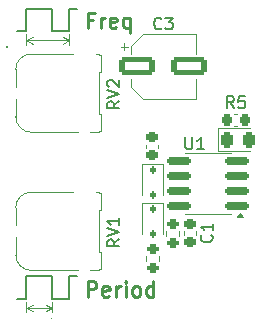
<source format=gto>
G04 #@! TF.GenerationSoftware,KiCad,Pcbnew,8.0.1*
G04 #@! TF.CreationDate,2024-07-04T15:13:31+08:00*
G04 #@! TF.ProjectId,555Sandbox,35353553-616e-4646-926f-782e6b696361,1.0.0*
G04 #@! TF.SameCoordinates,Original*
G04 #@! TF.FileFunction,Legend,Top*
G04 #@! TF.FilePolarity,Positive*
%FSLAX46Y46*%
G04 Gerber Fmt 4.6, Leading zero omitted, Abs format (unit mm)*
G04 Created by KiCad (PCBNEW 8.0.1) date 2024-07-04 15:13:31*
%MOMM*%
%LPD*%
G01*
G04 APERTURE LIST*
G04 Aperture macros list*
%AMRoundRect*
0 Rectangle with rounded corners*
0 $1 Rounding radius*
0 $2 $3 $4 $5 $6 $7 $8 $9 X,Y pos of 4 corners*
0 Add a 4 corners polygon primitive as box body*
4,1,4,$2,$3,$4,$5,$6,$7,$8,$9,$2,$3,0*
0 Add four circle primitives for the rounded corners*
1,1,$1+$1,$2,$3*
1,1,$1+$1,$4,$5*
1,1,$1+$1,$6,$7*
1,1,$1+$1,$8,$9*
0 Add four rect primitives between the rounded corners*
20,1,$1+$1,$2,$3,$4,$5,0*
20,1,$1+$1,$4,$5,$6,$7,0*
20,1,$1+$1,$6,$7,$8,$9,0*
20,1,$1+$1,$8,$9,$2,$3,0*%
G04 Aperture macros list end*
%ADD10C,0.200000*%
%ADD11C,0.260000*%
%ADD12C,0.003175*%
%ADD13C,0.100000*%
%ADD14C,0.006350*%
%ADD15C,0.150000*%
%ADD16C,0.120000*%
%ADD17RoundRect,0.150000X0.825000X0.150000X-0.825000X0.150000X-0.825000X-0.150000X0.825000X-0.150000X0*%
%ADD18RoundRect,0.243750X-0.243750X-0.456250X0.243750X-0.456250X0.243750X0.456250X-0.243750X0.456250X0*%
%ADD19RoundRect,0.250000X-1.250000X-0.550000X1.250000X-0.550000X1.250000X0.550000X-1.250000X0.550000X0*%
%ADD20RoundRect,0.200000X-0.275000X0.200000X-0.275000X-0.200000X0.275000X-0.200000X0.275000X0.200000X0*%
%ADD21RoundRect,0.225000X-0.225000X-0.250000X0.225000X-0.250000X0.225000X0.250000X-0.225000X0.250000X0*%
%ADD22RoundRect,0.200000X0.275000X-0.200000X0.275000X0.200000X-0.275000X0.200000X-0.275000X-0.200000X0*%
%ADD23RoundRect,0.225000X0.250000X-0.225000X0.250000X0.225000X-0.250000X0.225000X-0.250000X-0.225000X0*%
%ADD24RoundRect,0.225000X-0.250000X0.225000X-0.250000X-0.225000X0.250000X-0.225000X0.250000X0.225000X0*%
%ADD25RoundRect,0.112500X-0.112500X0.187500X-0.112500X-0.187500X0.112500X-0.187500X0.112500X0.187500X0*%
%ADD26R,1.560000X1.560000*%
%ADD27C,1.560000*%
%ADD28C,5.000000*%
%ADD29C,3.000000*%
G04 APERTURE END LIST*
D10*
X75650000Y-70650000D02*
X76450000Y-70650000D01*
X76450000Y-91400000D02*
X78650000Y-91400000D01*
X78650000Y-68750000D02*
X78650000Y-70650000D01*
X76450000Y-93300000D02*
X76450000Y-91400000D01*
X78650000Y-91400000D02*
X78650000Y-93300000D01*
X78650000Y-93300000D02*
X80050000Y-93300000D01*
X80050000Y-68750000D02*
X80750000Y-68750000D01*
X76450000Y-68750000D02*
X78650000Y-68750000D01*
X78650000Y-70650000D02*
X80050000Y-70650000D01*
X80050000Y-70650000D02*
X80050000Y-68750000D01*
X80050000Y-93300000D02*
X80050000Y-91400000D01*
X80050000Y-91400000D02*
X80750000Y-91400000D01*
X76450000Y-70650000D02*
X76450000Y-68750000D01*
X75650000Y-93300000D02*
X76450000Y-93300000D01*
D11*
X82063909Y-69706932D02*
X81630575Y-69706932D01*
X81630575Y-70387884D02*
X81630575Y-69087884D01*
X81630575Y-69087884D02*
X82249623Y-69087884D01*
X82744861Y-70387884D02*
X82744861Y-69521218D01*
X82744861Y-69768837D02*
X82806766Y-69645027D01*
X82806766Y-69645027D02*
X82868671Y-69583122D01*
X82868671Y-69583122D02*
X82992480Y-69521218D01*
X82992480Y-69521218D02*
X83116290Y-69521218D01*
X84044861Y-70325980D02*
X83921052Y-70387884D01*
X83921052Y-70387884D02*
X83673433Y-70387884D01*
X83673433Y-70387884D02*
X83549623Y-70325980D01*
X83549623Y-70325980D02*
X83487719Y-70202170D01*
X83487719Y-70202170D02*
X83487719Y-69706932D01*
X83487719Y-69706932D02*
X83549623Y-69583122D01*
X83549623Y-69583122D02*
X83673433Y-69521218D01*
X83673433Y-69521218D02*
X83921052Y-69521218D01*
X83921052Y-69521218D02*
X84044861Y-69583122D01*
X84044861Y-69583122D02*
X84106766Y-69706932D01*
X84106766Y-69706932D02*
X84106766Y-69830741D01*
X84106766Y-69830741D02*
X83487719Y-69954551D01*
X85221052Y-69521218D02*
X85221052Y-70821218D01*
X85221052Y-70325980D02*
X85097243Y-70387884D01*
X85097243Y-70387884D02*
X84849624Y-70387884D01*
X84849624Y-70387884D02*
X84725814Y-70325980D01*
X84725814Y-70325980D02*
X84663909Y-70264075D01*
X84663909Y-70264075D02*
X84602005Y-70140265D01*
X84602005Y-70140265D02*
X84602005Y-69768837D01*
X84602005Y-69768837D02*
X84663909Y-69645027D01*
X84663909Y-69645027D02*
X84725814Y-69583122D01*
X84725814Y-69583122D02*
X84849624Y-69521218D01*
X84849624Y-69521218D02*
X85097243Y-69521218D01*
X85097243Y-69521218D02*
X85221052Y-69583122D01*
X81630575Y-93127384D02*
X81630575Y-91827384D01*
X81630575Y-91827384D02*
X82125813Y-91827384D01*
X82125813Y-91827384D02*
X82249623Y-91889289D01*
X82249623Y-91889289D02*
X82311528Y-91951194D01*
X82311528Y-91951194D02*
X82373432Y-92075003D01*
X82373432Y-92075003D02*
X82373432Y-92260718D01*
X82373432Y-92260718D02*
X82311528Y-92384527D01*
X82311528Y-92384527D02*
X82249623Y-92446432D01*
X82249623Y-92446432D02*
X82125813Y-92508337D01*
X82125813Y-92508337D02*
X81630575Y-92508337D01*
X83425813Y-93065480D02*
X83302004Y-93127384D01*
X83302004Y-93127384D02*
X83054385Y-93127384D01*
X83054385Y-93127384D02*
X82930575Y-93065480D01*
X82930575Y-93065480D02*
X82868671Y-92941670D01*
X82868671Y-92941670D02*
X82868671Y-92446432D01*
X82868671Y-92446432D02*
X82930575Y-92322622D01*
X82930575Y-92322622D02*
X83054385Y-92260718D01*
X83054385Y-92260718D02*
X83302004Y-92260718D01*
X83302004Y-92260718D02*
X83425813Y-92322622D01*
X83425813Y-92322622D02*
X83487718Y-92446432D01*
X83487718Y-92446432D02*
X83487718Y-92570241D01*
X83487718Y-92570241D02*
X82868671Y-92694051D01*
X84044861Y-93127384D02*
X84044861Y-92260718D01*
X84044861Y-92508337D02*
X84106766Y-92384527D01*
X84106766Y-92384527D02*
X84168671Y-92322622D01*
X84168671Y-92322622D02*
X84292480Y-92260718D01*
X84292480Y-92260718D02*
X84416290Y-92260718D01*
X84849623Y-93127384D02*
X84849623Y-92260718D01*
X84849623Y-91827384D02*
X84787719Y-91889289D01*
X84787719Y-91889289D02*
X84849623Y-91951194D01*
X84849623Y-91951194D02*
X84911528Y-91889289D01*
X84911528Y-91889289D02*
X84849623Y-91827384D01*
X84849623Y-91827384D02*
X84849623Y-91951194D01*
X85654386Y-93127384D02*
X85530576Y-93065480D01*
X85530576Y-93065480D02*
X85468671Y-93003575D01*
X85468671Y-93003575D02*
X85406767Y-92879765D01*
X85406767Y-92879765D02*
X85406767Y-92508337D01*
X85406767Y-92508337D02*
X85468671Y-92384527D01*
X85468671Y-92384527D02*
X85530576Y-92322622D01*
X85530576Y-92322622D02*
X85654386Y-92260718D01*
X85654386Y-92260718D02*
X85840100Y-92260718D01*
X85840100Y-92260718D02*
X85963909Y-92322622D01*
X85963909Y-92322622D02*
X86025814Y-92384527D01*
X86025814Y-92384527D02*
X86087719Y-92508337D01*
X86087719Y-92508337D02*
X86087719Y-92879765D01*
X86087719Y-92879765D02*
X86025814Y-93003575D01*
X86025814Y-93003575D02*
X85963909Y-93065480D01*
X85963909Y-93065480D02*
X85840100Y-93127384D01*
X85840100Y-93127384D02*
X85654386Y-93127384D01*
X87202004Y-93127384D02*
X87202004Y-91827384D01*
X87202004Y-93065480D02*
X87078195Y-93127384D01*
X87078195Y-93127384D02*
X86830576Y-93127384D01*
X86830576Y-93127384D02*
X86706766Y-93065480D01*
X86706766Y-93065480D02*
X86644861Y-93003575D01*
X86644861Y-93003575D02*
X86582957Y-92879765D01*
X86582957Y-92879765D02*
X86582957Y-92508337D01*
X86582957Y-92508337D02*
X86644861Y-92384527D01*
X86644861Y-92384527D02*
X86706766Y-92322622D01*
X86706766Y-92322622D02*
X86830576Y-92260718D01*
X86830576Y-92260718D02*
X87078195Y-92260718D01*
X87078195Y-92260718D02*
X87202004Y-92322622D01*
D12*
X74731856Y-71961584D02*
X74731856Y-71944651D01*
X74731856Y-71947070D02*
X74733066Y-71945860D01*
X74733066Y-71945860D02*
X74735485Y-71944651D01*
X74735485Y-71944651D02*
X74739113Y-71944651D01*
X74739113Y-71944651D02*
X74741532Y-71945860D01*
X74741532Y-71945860D02*
X74742742Y-71948279D01*
X74742742Y-71948279D02*
X74742742Y-71961584D01*
X74742742Y-71948279D02*
X74743951Y-71945860D01*
X74743951Y-71945860D02*
X74746370Y-71944651D01*
X74746370Y-71944651D02*
X74749999Y-71944651D01*
X74749999Y-71944651D02*
X74752418Y-71945860D01*
X74752418Y-71945860D02*
X74753628Y-71948279D01*
X74753628Y-71948279D02*
X74753628Y-71961584D01*
X74765723Y-71961584D02*
X74765723Y-71944651D01*
X74765723Y-71947070D02*
X74766933Y-71945860D01*
X74766933Y-71945860D02*
X74769352Y-71944651D01*
X74769352Y-71944651D02*
X74772980Y-71944651D01*
X74772980Y-71944651D02*
X74775399Y-71945860D01*
X74775399Y-71945860D02*
X74776609Y-71948279D01*
X74776609Y-71948279D02*
X74776609Y-71961584D01*
X74776609Y-71948279D02*
X74777818Y-71945860D01*
X74777818Y-71945860D02*
X74780237Y-71944651D01*
X74780237Y-71944651D02*
X74783866Y-71944651D01*
X74783866Y-71944651D02*
X74786285Y-71945860D01*
X74786285Y-71945860D02*
X74787495Y-71948279D01*
X74787495Y-71948279D02*
X74787495Y-71961584D01*
D13*
X76450000Y-70900000D02*
X76450000Y-71800000D01*
X80050000Y-70900000D02*
X80050000Y-71800000D01*
X76450000Y-71450000D02*
X80050000Y-71450000D01*
X76450000Y-71450000D02*
X80050000Y-71450000D01*
X76450000Y-71450000D02*
X76982206Y-71172951D01*
X76450000Y-71450000D02*
X76982206Y-71727049D01*
X80050000Y-71450000D02*
X79517794Y-71727049D01*
X80050000Y-71450000D02*
X79517794Y-71172951D01*
D14*
X78548185Y-94961419D02*
X78548185Y-94944486D01*
X78548185Y-94936019D02*
X78546976Y-94937229D01*
X78546976Y-94937229D02*
X78548185Y-94938438D01*
X78548185Y-94938438D02*
X78549395Y-94937229D01*
X78549395Y-94937229D02*
X78548185Y-94936019D01*
X78548185Y-94936019D02*
X78548185Y-94938438D01*
X78560280Y-94944486D02*
X78560280Y-94961419D01*
X78560280Y-94946905D02*
X78561490Y-94945695D01*
X78561490Y-94945695D02*
X78563909Y-94944486D01*
X78563909Y-94944486D02*
X78567537Y-94944486D01*
X78567537Y-94944486D02*
X78569956Y-94945695D01*
X78569956Y-94945695D02*
X78571166Y-94948114D01*
X78571166Y-94948114D02*
X78571166Y-94961419D01*
D13*
X76450000Y-93550000D02*
X76450000Y-94450000D01*
X78650000Y-93550000D02*
X78650000Y-94450000D01*
X76450000Y-94100000D02*
X78650000Y-94100000D01*
X76450000Y-94100000D02*
X78650000Y-94100000D01*
X76450000Y-94100000D02*
X76982206Y-93822951D01*
X76450000Y-94100000D02*
X76982206Y-94377049D01*
X78650000Y-94100000D02*
X78117794Y-94377049D01*
X78650000Y-94100000D02*
X78117794Y-93822951D01*
D15*
X89913095Y-79654819D02*
X89913095Y-80464342D01*
X89913095Y-80464342D02*
X89960714Y-80559580D01*
X89960714Y-80559580D02*
X90008333Y-80607200D01*
X90008333Y-80607200D02*
X90103571Y-80654819D01*
X90103571Y-80654819D02*
X90294047Y-80654819D01*
X90294047Y-80654819D02*
X90389285Y-80607200D01*
X90389285Y-80607200D02*
X90436904Y-80559580D01*
X90436904Y-80559580D02*
X90484523Y-80464342D01*
X90484523Y-80464342D02*
X90484523Y-79654819D01*
X91484523Y-80654819D02*
X90913095Y-80654819D01*
X91198809Y-80654819D02*
X91198809Y-79654819D01*
X91198809Y-79654819D02*
X91103571Y-79797676D01*
X91103571Y-79797676D02*
X91008333Y-79892914D01*
X91008333Y-79892914D02*
X90913095Y-79940533D01*
X87883333Y-70409580D02*
X87835714Y-70457200D01*
X87835714Y-70457200D02*
X87692857Y-70504819D01*
X87692857Y-70504819D02*
X87597619Y-70504819D01*
X87597619Y-70504819D02*
X87454762Y-70457200D01*
X87454762Y-70457200D02*
X87359524Y-70361961D01*
X87359524Y-70361961D02*
X87311905Y-70266723D01*
X87311905Y-70266723D02*
X87264286Y-70076247D01*
X87264286Y-70076247D02*
X87264286Y-69933390D01*
X87264286Y-69933390D02*
X87311905Y-69742914D01*
X87311905Y-69742914D02*
X87359524Y-69647676D01*
X87359524Y-69647676D02*
X87454762Y-69552438D01*
X87454762Y-69552438D02*
X87597619Y-69504819D01*
X87597619Y-69504819D02*
X87692857Y-69504819D01*
X87692857Y-69504819D02*
X87835714Y-69552438D01*
X87835714Y-69552438D02*
X87883333Y-69600057D01*
X88216667Y-69504819D02*
X88835714Y-69504819D01*
X88835714Y-69504819D02*
X88502381Y-69885771D01*
X88502381Y-69885771D02*
X88645238Y-69885771D01*
X88645238Y-69885771D02*
X88740476Y-69933390D01*
X88740476Y-69933390D02*
X88788095Y-69981009D01*
X88788095Y-69981009D02*
X88835714Y-70076247D01*
X88835714Y-70076247D02*
X88835714Y-70314342D01*
X88835714Y-70314342D02*
X88788095Y-70409580D01*
X88788095Y-70409580D02*
X88740476Y-70457200D01*
X88740476Y-70457200D02*
X88645238Y-70504819D01*
X88645238Y-70504819D02*
X88359524Y-70504819D01*
X88359524Y-70504819D02*
X88264286Y-70457200D01*
X88264286Y-70457200D02*
X88216667Y-70409580D01*
X94008333Y-77174819D02*
X93675000Y-76698628D01*
X93436905Y-77174819D02*
X93436905Y-76174819D01*
X93436905Y-76174819D02*
X93817857Y-76174819D01*
X93817857Y-76174819D02*
X93913095Y-76222438D01*
X93913095Y-76222438D02*
X93960714Y-76270057D01*
X93960714Y-76270057D02*
X94008333Y-76365295D01*
X94008333Y-76365295D02*
X94008333Y-76508152D01*
X94008333Y-76508152D02*
X93960714Y-76603390D01*
X93960714Y-76603390D02*
X93913095Y-76651009D01*
X93913095Y-76651009D02*
X93817857Y-76698628D01*
X93817857Y-76698628D02*
X93436905Y-76698628D01*
X94913095Y-76174819D02*
X94436905Y-76174819D01*
X94436905Y-76174819D02*
X94389286Y-76651009D01*
X94389286Y-76651009D02*
X94436905Y-76603390D01*
X94436905Y-76603390D02*
X94532143Y-76555771D01*
X94532143Y-76555771D02*
X94770238Y-76555771D01*
X94770238Y-76555771D02*
X94865476Y-76603390D01*
X94865476Y-76603390D02*
X94913095Y-76651009D01*
X94913095Y-76651009D02*
X94960714Y-76746247D01*
X94960714Y-76746247D02*
X94960714Y-76984342D01*
X94960714Y-76984342D02*
X94913095Y-77079580D01*
X94913095Y-77079580D02*
X94865476Y-77127200D01*
X94865476Y-77127200D02*
X94770238Y-77174819D01*
X94770238Y-77174819D02*
X94532143Y-77174819D01*
X94532143Y-77174819D02*
X94436905Y-77127200D01*
X94436905Y-77127200D02*
X94389286Y-77079580D01*
X92109580Y-87916666D02*
X92157200Y-87964285D01*
X92157200Y-87964285D02*
X92204819Y-88107142D01*
X92204819Y-88107142D02*
X92204819Y-88202380D01*
X92204819Y-88202380D02*
X92157200Y-88345237D01*
X92157200Y-88345237D02*
X92061961Y-88440475D01*
X92061961Y-88440475D02*
X91966723Y-88488094D01*
X91966723Y-88488094D02*
X91776247Y-88535713D01*
X91776247Y-88535713D02*
X91633390Y-88535713D01*
X91633390Y-88535713D02*
X91442914Y-88488094D01*
X91442914Y-88488094D02*
X91347676Y-88440475D01*
X91347676Y-88440475D02*
X91252438Y-88345237D01*
X91252438Y-88345237D02*
X91204819Y-88202380D01*
X91204819Y-88202380D02*
X91204819Y-88107142D01*
X91204819Y-88107142D02*
X91252438Y-87964285D01*
X91252438Y-87964285D02*
X91300057Y-87916666D01*
X92204819Y-86964285D02*
X92204819Y-87535713D01*
X92204819Y-87249999D02*
X91204819Y-87249999D01*
X91204819Y-87249999D02*
X91347676Y-87345237D01*
X91347676Y-87345237D02*
X91442914Y-87440475D01*
X91442914Y-87440475D02*
X91490533Y-87535713D01*
X84304819Y-76595238D02*
X83828628Y-76928571D01*
X84304819Y-77166666D02*
X83304819Y-77166666D01*
X83304819Y-77166666D02*
X83304819Y-76785714D01*
X83304819Y-76785714D02*
X83352438Y-76690476D01*
X83352438Y-76690476D02*
X83400057Y-76642857D01*
X83400057Y-76642857D02*
X83495295Y-76595238D01*
X83495295Y-76595238D02*
X83638152Y-76595238D01*
X83638152Y-76595238D02*
X83733390Y-76642857D01*
X83733390Y-76642857D02*
X83781009Y-76690476D01*
X83781009Y-76690476D02*
X83828628Y-76785714D01*
X83828628Y-76785714D02*
X83828628Y-77166666D01*
X83304819Y-76309523D02*
X84304819Y-75976190D01*
X84304819Y-75976190D02*
X83304819Y-75642857D01*
X83400057Y-75357142D02*
X83352438Y-75309523D01*
X83352438Y-75309523D02*
X83304819Y-75214285D01*
X83304819Y-75214285D02*
X83304819Y-74976190D01*
X83304819Y-74976190D02*
X83352438Y-74880952D01*
X83352438Y-74880952D02*
X83400057Y-74833333D01*
X83400057Y-74833333D02*
X83495295Y-74785714D01*
X83495295Y-74785714D02*
X83590533Y-74785714D01*
X83590533Y-74785714D02*
X83733390Y-74833333D01*
X83733390Y-74833333D02*
X84304819Y-75404761D01*
X84304819Y-75404761D02*
X84304819Y-74785714D01*
X84304819Y-88295238D02*
X83828628Y-88628571D01*
X84304819Y-88866666D02*
X83304819Y-88866666D01*
X83304819Y-88866666D02*
X83304819Y-88485714D01*
X83304819Y-88485714D02*
X83352438Y-88390476D01*
X83352438Y-88390476D02*
X83400057Y-88342857D01*
X83400057Y-88342857D02*
X83495295Y-88295238D01*
X83495295Y-88295238D02*
X83638152Y-88295238D01*
X83638152Y-88295238D02*
X83733390Y-88342857D01*
X83733390Y-88342857D02*
X83781009Y-88390476D01*
X83781009Y-88390476D02*
X83828628Y-88485714D01*
X83828628Y-88485714D02*
X83828628Y-88866666D01*
X83304819Y-88009523D02*
X84304819Y-87676190D01*
X84304819Y-87676190D02*
X83304819Y-87342857D01*
X84304819Y-86485714D02*
X84304819Y-87057142D01*
X84304819Y-86771428D02*
X83304819Y-86771428D01*
X83304819Y-86771428D02*
X83447676Y-86866666D01*
X83447676Y-86866666D02*
X83542914Y-86961904D01*
X83542914Y-86961904D02*
X83590533Y-87057142D01*
D16*
X91825000Y-81005000D02*
X89875000Y-81005000D01*
X91825000Y-81005000D02*
X93775000Y-81005000D01*
X91825000Y-86125000D02*
X89875000Y-86125000D01*
X91825000Y-86125000D02*
X93775000Y-86125000D01*
X94765000Y-86360000D02*
X94285000Y-86360000D01*
X94525000Y-86030000D01*
X94765000Y-86360000D01*
G36*
X94765000Y-86360000D02*
G01*
X94285000Y-86360000D01*
X94525000Y-86030000D01*
X94765000Y-86360000D01*
G37*
X92690000Y-78890000D02*
X92690000Y-80810000D01*
X92690000Y-80810000D02*
X95375000Y-80810000D01*
X95375000Y-78890000D02*
X92690000Y-78890000D01*
X84425000Y-71965000D02*
X85050000Y-71965000D01*
X84737500Y-71652500D02*
X84737500Y-72277500D01*
X85290000Y-71954437D02*
X85290000Y-72590000D01*
X85290000Y-71954437D02*
X86354437Y-70890000D01*
X85290000Y-75345563D02*
X85290000Y-74710000D01*
X85290000Y-75345563D02*
X86354437Y-76410000D01*
X86354437Y-70890000D02*
X90810000Y-70890000D01*
X86354437Y-76410000D02*
X90810000Y-76410000D01*
X90810000Y-70890000D02*
X90810000Y-72590000D01*
X90810000Y-76410000D02*
X90810000Y-74710000D01*
X86602500Y-89662742D02*
X86602500Y-90137258D01*
X87647500Y-89662742D02*
X87647500Y-90137258D01*
X94034420Y-77640000D02*
X94315580Y-77640000D01*
X94034420Y-78660000D02*
X94315580Y-78660000D01*
X88302500Y-88012258D02*
X88302500Y-87537742D01*
X89347500Y-88012258D02*
X89347500Y-87537742D01*
X86590000Y-80540580D02*
X86590000Y-80259420D01*
X87610000Y-80540580D02*
X87610000Y-80259420D01*
X89790000Y-87609420D02*
X89790000Y-87890580D01*
X90810000Y-87609420D02*
X90810000Y-87890580D01*
X86275000Y-81890000D02*
X86275000Y-84550000D01*
X87975000Y-81890000D02*
X86275000Y-81890000D01*
X87975000Y-81890000D02*
X87975000Y-84550000D01*
X86275000Y-85190000D02*
X86275000Y-87850000D01*
X87975000Y-85190000D02*
X86275000Y-85190000D01*
X87975000Y-85190000D02*
X87975000Y-87850000D01*
X75540000Y-75390000D02*
X75540000Y-73900000D01*
X75540000Y-77900000D02*
X75540000Y-76410000D01*
X76850000Y-72590000D02*
X80390000Y-72590000D01*
X80830000Y-79210000D02*
X76850000Y-79210000D01*
X82560000Y-72590000D02*
X82310000Y-72590000D01*
X82560000Y-72690000D02*
X82560000Y-72590000D01*
X82560000Y-74110000D02*
X82560000Y-77690000D01*
X82560000Y-74110000D02*
X82760000Y-74110000D01*
X82560000Y-77690000D02*
X82760000Y-77690000D01*
X82560000Y-79110000D02*
X82560000Y-79210000D01*
X82560000Y-79210000D02*
X81870000Y-79210000D01*
X82760000Y-72690000D02*
X82560000Y-72690000D01*
X82760000Y-72690000D02*
X82760000Y-74110000D01*
X82760000Y-77690000D02*
X82760000Y-79110000D01*
X82760000Y-79110000D02*
X82560000Y-79110000D01*
X75540000Y-73900000D02*
G75*
G02*
X76850000Y-72590000I1310000J0D01*
G01*
X76850000Y-79210000D02*
G75*
G02*
X75540000Y-77900000I0J1310000D01*
G01*
X75540000Y-87090000D02*
X75540000Y-85600000D01*
X75540000Y-89600000D02*
X75540000Y-88110000D01*
X76850000Y-84290000D02*
X80390000Y-84290000D01*
X80830000Y-90910000D02*
X76850000Y-90910000D01*
X82560000Y-84290000D02*
X82310000Y-84290000D01*
X82560000Y-84390000D02*
X82560000Y-84290000D01*
X82560000Y-85810000D02*
X82560000Y-89390000D01*
X82560000Y-85810000D02*
X82760000Y-85810000D01*
X82560000Y-89390000D02*
X82760000Y-89390000D01*
X82560000Y-90810000D02*
X82560000Y-90910000D01*
X82560000Y-90910000D02*
X81870000Y-90910000D01*
X82760000Y-84390000D02*
X82560000Y-84390000D01*
X82760000Y-84390000D02*
X82760000Y-85810000D01*
X82760000Y-89390000D02*
X82760000Y-90810000D01*
X82760000Y-90810000D02*
X82560000Y-90810000D01*
X75540000Y-85600000D02*
G75*
G02*
X76850000Y-84290000I1310000J0D01*
G01*
X76850000Y-90910000D02*
G75*
G02*
X75540000Y-89600000I0J1310000D01*
G01*
%LPC*%
D17*
X94300000Y-85470000D03*
X94300000Y-84200000D03*
X94300000Y-82930000D03*
X94300000Y-81660000D03*
X89350000Y-81660000D03*
X89350000Y-82930000D03*
X89350000Y-84200000D03*
X89350000Y-85470000D03*
D18*
X93437500Y-79850000D03*
X95312500Y-79850000D03*
D19*
X85850000Y-73650000D03*
X90250000Y-73650000D03*
D20*
X87125000Y-89075000D03*
X87125000Y-90725000D03*
D21*
X93400000Y-78150000D03*
X94950000Y-78150000D03*
D22*
X88825000Y-88600000D03*
X88825000Y-86950000D03*
D23*
X87100000Y-81175000D03*
X87100000Y-79625000D03*
D24*
X90300000Y-86975000D03*
X90300000Y-88525000D03*
D25*
X87125000Y-82450000D03*
X87125000Y-84550000D03*
X87125000Y-85750000D03*
X87125000Y-87850000D03*
D26*
X81350000Y-73400000D03*
D27*
X76350000Y-75900000D03*
X81350000Y-78400000D03*
D28*
X93600000Y-69950000D03*
D26*
X81350000Y-85100000D03*
D27*
X76350000Y-87600000D03*
X81350000Y-90100000D03*
D29*
X90350000Y-78000000D03*
X90350000Y-91200000D03*
%LPD*%
M02*

</source>
